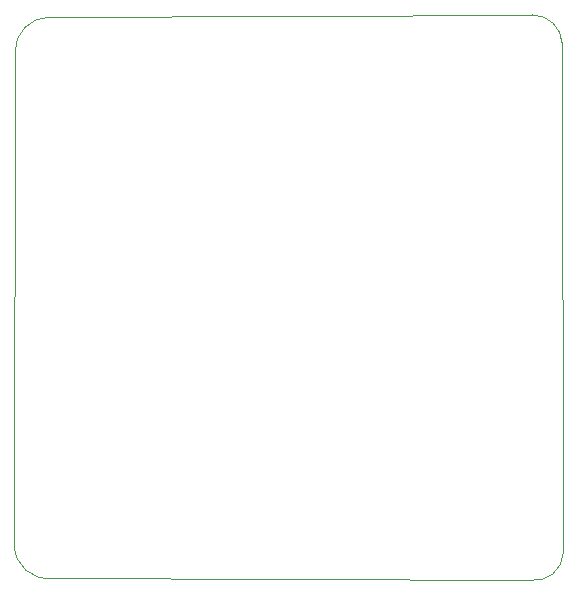
<source format=gbr>
%TF.GenerationSoftware,KiCad,Pcbnew,(6.0.7)*%
%TF.CreationDate,2022-11-06T12:05:46+05:30*%
%TF.ProjectId,Interface_PCB,496e7465-7266-4616-9365-5f5043422e6b,rev?*%
%TF.SameCoordinates,Original*%
%TF.FileFunction,Paste,Bot*%
%TF.FilePolarity,Positive*%
%FSLAX46Y46*%
G04 Gerber Fmt 4.6, Leading zero omitted, Abs format (unit mm)*
G04 Created by KiCad (PCBNEW (6.0.7)) date 2022-11-06 12:05:46*
%MOMM*%
%LPD*%
G01*
G04 APERTURE LIST*
%TA.AperFunction,Profile*%
%ADD10C,0.100000*%
%TD*%
G04 APERTURE END LIST*
D10*
X117094000Y-83007162D02*
G75*
G03*
X114147600Y-86004400I-400J-2946438D01*
G01*
X117246400Y-130530600D02*
X157748260Y-130697260D01*
X160477221Y-85216999D02*
G75*
G03*
X157962600Y-82829400I-2514621J-130401D01*
G01*
X157748256Y-130697285D02*
G75*
G03*
X160578800Y-128371600I379644J2423285D01*
G01*
X114096800Y-127736600D02*
X114147600Y-86004400D01*
X117094000Y-83007200D02*
X157962600Y-82829400D01*
X160477200Y-85217000D02*
X160578800Y-128371600D01*
X114096788Y-127736600D02*
G75*
G03*
X117246400Y-130530600I2834212J22700D01*
G01*
M02*

</source>
